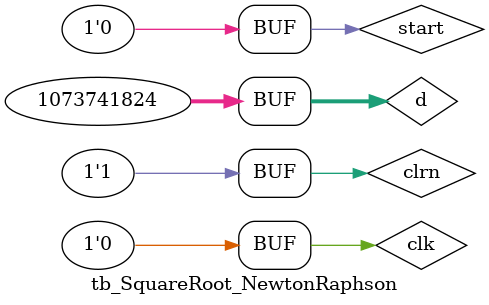
<source format=v>
`timescale 1ns / 1ps

module tb_SquareRoot_NewtonRaphson();

    reg clk, clrn;
    reg start;
    reg [31:0] d;
    wire[31:0] q;
    wire busy, ready;
    
    SquareRoot_NewtonRaphson sqrt(clk, clrn, start, d, q, busy, ready);
    
    // Clock
    always begin
       clk = 1'b1;
       #5;
       clk = 1'b0;
       #5;
    end
    
    initial begin
        clrn = 1'b1;
        #10;
        
        d = 32'h40000000;
        #10;
        
        start = 1'b1;
        #10;
        start = 1'b0;      
    end
endmodule

</source>
